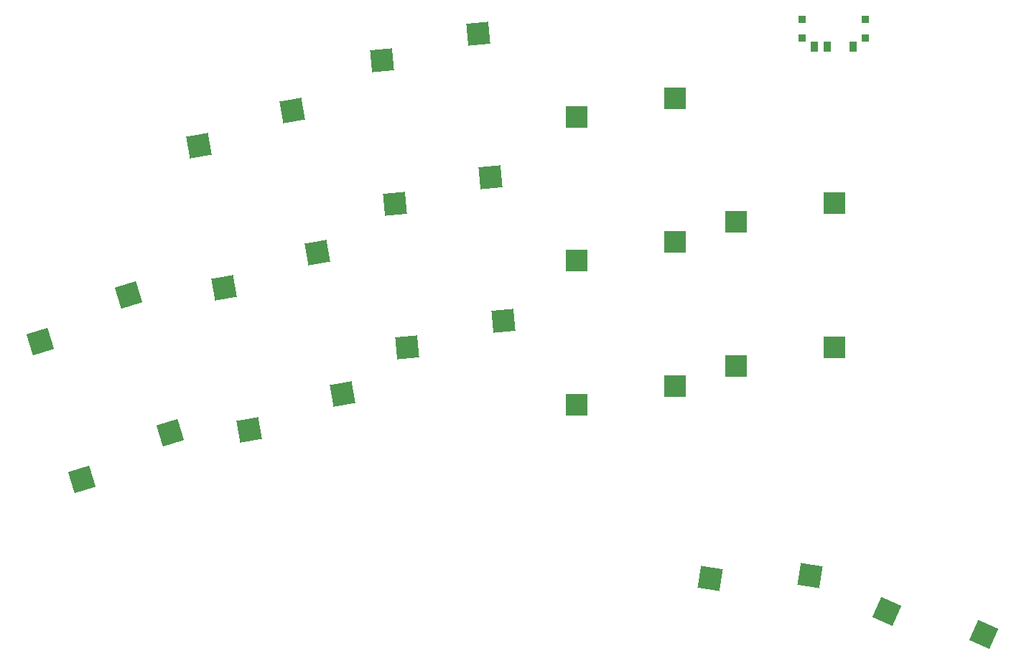
<source format=gtp>
%TF.GenerationSoftware,KiCad,Pcbnew,(6.0.4)*%
%TF.CreationDate,2022-05-21T01:48:00+02:00*%
%TF.ProjectId,battoota,62617474-6f6f-4746-912e-6b696361645f,v1.0.0*%
%TF.SameCoordinates,Original*%
%TF.FileFunction,Paste,Top*%
%TF.FilePolarity,Positive*%
%FSLAX46Y46*%
G04 Gerber Fmt 4.6, Leading zero omitted, Abs format (unit mm)*
G04 Created by KiCad (PCBNEW (6.0.4)) date 2022-05-21 01:48:00*
%MOMM*%
%LPD*%
G01*
G04 APERTURE LIST*
G04 Aperture macros list*
%AMRotRect*
0 Rectangle, with rotation*
0 The origin of the aperture is its center*
0 $1 length*
0 $2 width*
0 $3 Rotation angle, in degrees counterclockwise*
0 Add horizontal line*
21,1,$1,$2,0,0,$3*%
G04 Aperture macros list end*
%ADD10RotRect,2.600000X2.600000X10.000000*%
%ADD11RotRect,2.600000X2.600000X5.000000*%
%ADD12R,2.600000X2.600000*%
%ADD13RotRect,2.600000X2.600000X336.000000*%
%ADD14RotRect,2.600000X2.600000X17.000000*%
%ADD15R,0.900000X0.900000*%
%ADD16R,0.900000X1.250000*%
%ADD17RotRect,2.600000X2.600000X351.000000*%
G04 APERTURE END LIST*
D10*
%TO.C,S11*%
X73579149Y111173371D03*
X62586645Y107001157D03*
%TD*%
D11*
%TO.C,S15*%
X96965604Y103326961D03*
X85651298Y100128683D03*
%TD*%
D12*
%TO.C,S21*%
X118686087Y95636017D03*
X107136087Y93436017D03*
%TD*%
%TO.C,S29*%
X137493280Y100228852D03*
X125943280Y98028852D03*
%TD*%
D13*
%TO.C,S33*%
X155126735Y49341787D03*
X143680465Y52029795D03*
%TD*%
D10*
%TO.C,S7*%
X79483187Y77689907D03*
X68490683Y73517693D03*
%TD*%
D14*
%TO.C,S5*%
X54234545Y89377494D03*
X43832443Y83896730D03*
%TD*%
D12*
%TO.C,S27*%
X137493280Y83228852D03*
X125943280Y81028852D03*
%TD*%
D10*
%TO.C,S9*%
X76531168Y94431639D03*
X65538664Y90259425D03*
%TD*%
D11*
%TO.C,S13*%
X98447252Y86391651D03*
X87132946Y83193373D03*
%TD*%
D15*
%TO.C,T1*%
X141119791Y119703254D03*
X133719791Y121903254D03*
X141119791Y121903254D03*
X133719791Y119703254D03*
D16*
X139669791Y118728254D03*
X136669791Y118728254D03*
X135169791Y118728254D03*
%TD*%
D11*
%TO.C,S17*%
X95483957Y120262271D03*
X84169651Y117063993D03*
%TD*%
D17*
%TO.C,S31*%
X134641582Y56301432D03*
X122889626Y55935335D03*
%TD*%
D14*
%TO.C,S3*%
X59204864Y73120313D03*
X48802762Y67639549D03*
%TD*%
D12*
%TO.C,S23*%
X118686087Y112636017D03*
X107136087Y110436017D03*
%TD*%
%TO.C,S19*%
X118686087Y78636017D03*
X107136087Y76436017D03*
%TD*%
M02*

</source>
